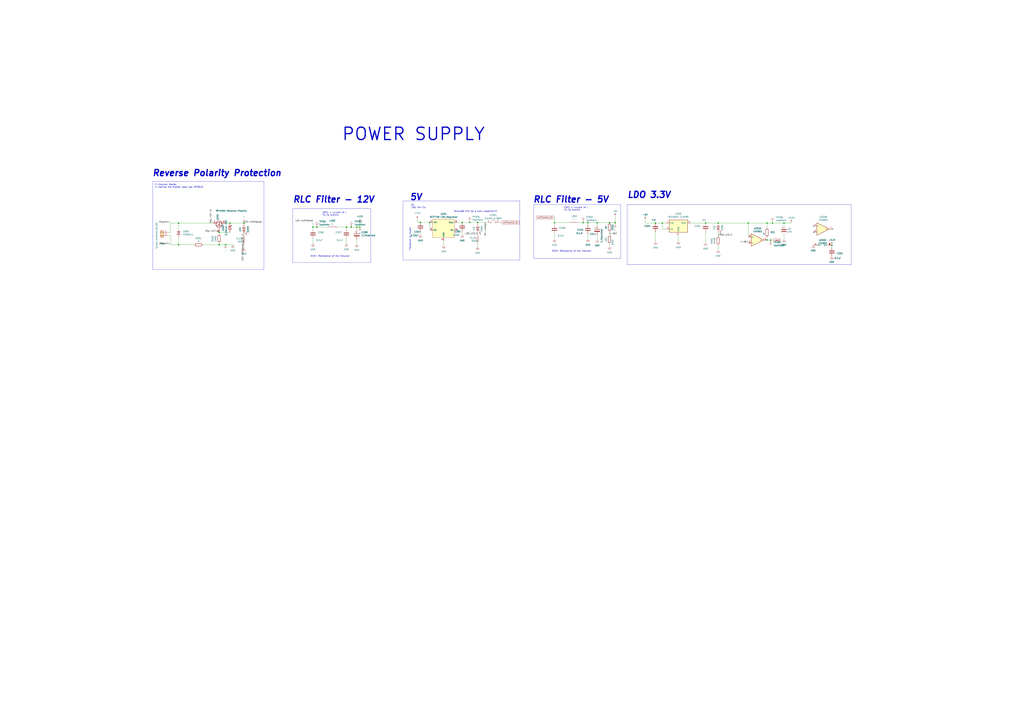
<source format=kicad_sch>
(kicad_sch (version 20230121) (generator eeschema)
  (paper "A1")
  (lib_symbols
    (symbol "Comparator:LM2903" (pin_names (offset 0.127))
      (property "Reference" "U" (at 3.81 3.81 0))
      (property "Value" "LM2903" (at 6.35 -3.81 0))
      (symbol "LM2903_1_1"
        (polyline (pts (xy -5.08 5.08) (xy 5.08 0) (xy -5.08 -5.08) (xy -5.08 5.08)) (stroke (width 0.254)) (fill (type background)))
        (polyline (pts (xy 3.302 -0.508) (xy 2.794 -0.508) (xy 3.302 0) (xy 2.794 0.508) (xy 2.286 0) (xy 2.794 -0.508) (xy 2.286 -0.508)) (stroke (width 0.127)))
        (pin open_collector line (at 7.62 0 180) (length 2.54) (name "~") (number "1"))
        (pin input line (at -7.62 -2.54 0) (length 2.54) (name "-") (number "2"))
        (pin input line (at -7.62 2.54 0) (length 2.54) (name "+") (number "3"))
      )
      (symbol "LM2903_2_1"
        (polyline (pts (xy -5.08 5.08) (xy 5.08 0) (xy -5.08 -5.08) (xy -5.08 5.08)) (stroke (width 0.254)) (fill (type background)))
        (polyline (pts (xy 3.302 -0.508) (xy 2.794 -0.508) (xy 3.302 0) (xy 2.794 0.508) (xy 2.286 0) (xy 2.794 -0.508) (xy 2.286 -0.508)) (stroke (width 0.127)))
        (pin input line (at -7.62 2.54 0) (length 2.54) (name "+") (number "5"))
        (pin input line (at -7.62 -2.54 0) (length 2.54) (name "-") (number "6"))
        (pin open_collector line (at 7.62 0 180) (length 2.54) (name "~") (number "7"))
      )
      (symbol "LM2903_3_1"
        (pin power_in line (at -2.54 -7.62 90) (length 3.81) (name "V-") (number "4"))
        (pin power_in line (at -2.54 7.62 270) (length 3.81) (name "V+") (number "8"))
      )
    )
    (symbol "Connector:Screw_Terminal_01x02" (pin_names (offset 1.016) hide)
      (property "Reference" "J" (at 0 2.54 0))
      (property "Value" "Screw_Terminal_01x02" (at 0 -5.08 0))
      (symbol "Screw_Terminal_01x02_1_1"
        (rectangle (start -1.27 1.27) (end 1.27 -3.81) (stroke (width 0.254)) (fill (type background)))
        (circle (center 0 -2.54) (radius 0.635) (stroke (width 0.1524)))
        (polyline (pts (xy -0.5334 -2.2098) (xy 0.3302 -3.048)) (stroke (width 0.1524)))
        (polyline (pts (xy -0.5334 0.3302) (xy 0.3302 -0.508)) (stroke (width 0.1524)))
        (polyline (pts (xy -0.3556 -2.032) (xy 0.508 -2.8702)) (stroke (width 0.1524)))
        (polyline (pts (xy -0.3556 0.508) (xy 0.508 -0.3302)) (stroke (width 0.1524)))
        (circle (center 0 0) (radius 0.635) (stroke (width 0.1524)))
        (pin passive line (at -5.08 0 0) (length 3.81) (name "Pin_1") (number "1"))
        (pin passive line (at -5.08 -2.54 0) (length 3.81) (name "Pin_2") (number "2"))
      )
    )
    (symbol "Connector:TestPoint" (pin_numbers hide) (pin_names (offset 0.762) hide)
      (property "Reference" "TP" (at 0 6.858 0))
      (property "Value" "TestPoint" (at 0 5.08 0))
      (symbol "TestPoint_0_1"
        (circle (center 0 3.302) (radius 0.762))
      )
      (symbol "TestPoint_1_1"
        (pin passive line (at 0 0 90) (length 2.54) (name "1") (number "1"))
      )
    )
    (symbol "Device:C" (pin_numbers hide) (pin_names (offset 0.254))
      (property "Reference" "C" (at 0.635 2.54 0))
      (property "Value" "C" (at 0.635 -2.54 0))
      (symbol "C_0_1"
        (polyline (pts (xy -2.032 -0.762) (xy 2.032 -0.762)) (stroke (width 0.508)))
        (polyline (pts (xy -2.032 0.762) (xy 2.032 0.762)) (stroke (width 0.508)))
      )
      (symbol "C_1_1"
        (pin passive line (at 0 3.81 270) (length 2.794) (name "~") (number "1"))
        (pin passive line (at 0 -3.81 90) (length 2.794) (name "~") (number "2"))
      )
    )
    (symbol "Device:C_Polarized" (pin_numbers hide) (pin_names (offset 0.254))
      (property "Reference" "C" (at 0.635 2.54 0))
      (property "Value" "C_Polarized" (at 0.635 -2.54 0))
      (symbol "C_Polarized_0_1"
        (rectangle (start -2.286 0.508) (end 2.286 1.016))
        (polyline (pts (xy -1.778 2.286) (xy -0.762 2.286)))
        (polyline (pts (xy -1.27 2.794) (xy -1.27 1.778)))
        (rectangle (start 2.286 -0.508) (end -2.286 -1.016) (fill (type outline)))
      )
      (symbol "C_Polarized_1_1"
        (pin passive line (at 0 3.81 270) (length 2.794) (name "~") (number "1"))
        (pin passive line (at 0 -3.81 90) (length 2.794) (name "~") (number "2"))
      )
    )
    (symbol "Device:D_Schottky" (pin_numbers hide) (pin_names (offset 1.016) hide)
      (property "Reference" "D" (at 0 2.54 0))
      (property "Value" "D_Schottky" (at 0 -2.54 0))
      (symbol "D_Schottky_0_1"
        (polyline (pts (xy 1.27 0) (xy -1.27 0)))
        (polyline (pts (xy 1.27 1.27) (xy 1.27 -1.27) (xy -1.27 0) (xy 1.27 1.27)) (stroke (width 0.254)))
        (polyline (pts (xy -1.905 0.635) (xy -1.905 1.27) (xy -1.27 1.27) (xy -1.27 -1.27) (xy -0.635 -1.27) (xy -0.635 -0.635)) (stroke (width 0.254)))
      )
      (symbol "D_Schottky_1_1"
        (pin passive line (at -3.81 0 0) (length 2.54) (name "K") (number "1"))
        (pin passive line (at 3.81 0 180) (length 2.54) (name "A") (number "2"))
      )
    )
    (symbol "Device:L" (pin_numbers hide) (pin_names (offset 1.016) hide)
      (property "Reference" "L" (at -1.27 0 90))
      (property "Value" "L" (at 1.905 0 90))
      (symbol "L_0_1"
        (arc (start 0 -2.54) (mid 0.6323 -1.905) (end 0 -1.27))
        (arc (start 0 -1.27) (mid 0.6323 -0.635) (end 0 0))
        (arc (start 0 0) (mid 0.6323 0.635) (end 0 1.27))
        (arc (start 0 1.27) (mid 0.6323 1.905) (end 0 2.54))
      )
      (symbol "L_1_1"
        (pin passive line (at 0 3.81 270) (length 1.27) (name "1") (number "1"))
        (pin passive line (at 0 -3.81 90) (length 1.27) (name "2") (number "2"))
      )
    )
    (symbol "Device:LED" (pin_numbers hide) (pin_names (offset 1.016) hide)
      (property "Reference" "D" (at 0 2.54 0))
      (property "Value" "LED" (at 0 -2.54 0))
      (symbol "LED_0_1"
        (polyline (pts (xy -1.27 -1.27) (xy -1.27 1.27)) (stroke (width 0.254)))
        (polyline (pts (xy -1.27 0) (xy 1.27 0)))
        (polyline (pts (xy 1.27 -1.27) (xy 1.27 1.27) (xy -1.27 0) (xy 1.27 -1.27)) (stroke (width 0.254)))
        (polyline (pts (xy -3.048 -0.762) (xy -4.572 -2.286) (xy -3.81 -2.286) (xy -4.572 -2.286) (xy -4.572 -1.524)))
        (polyline (pts (xy -1.778 -0.762) (xy -3.302 -2.286) (xy -2.54 -2.286) (xy -3.302 -2.286) (xy -3.302 -1.524)))
      )
      (symbol "LED_1_1"
        (pin passive line (at -3.81 0 0) (length 2.54) (name "K") (number "1"))
        (pin passive line (at 3.81 0 180) (length 2.54) (name "A") (number "2"))
      )
    )
    (symbol "Device:R" (pin_numbers hide) (pin_names (offset 0))
      (property "Reference" "R" (at 2.032 0 90))
      (property "Value" "R" (at 0 0 90))
      (symbol "R_0_1"
        (rectangle (start -1.016 -2.54) (end 1.016 2.54) (stroke (width 0.254)))
      )
      (symbol "R_1_1"
        (pin passive line (at 0 3.81 270) (length 1.27) (name "~") (number "1"))
        (pin passive line (at 0 -3.81 90) (length 1.27) (name "~") (number "2"))
      )
    )
    (symbol "Device:R_US" (pin_numbers hide) (pin_names (offset 0))
      (property "Reference" "R" (at 2.54 0 90))
      (property "Value" "R_US" (at -2.54 0 90))
      (symbol "R_US_0_1"
        (polyline (pts (xy 0 -2.286) (xy 0 -2.54)))
        (polyline (pts (xy 0 2.286) (xy 0 2.54)))
        (polyline (pts (xy 0 -0.762) (xy 1.016 -1.143) (xy 0 -1.524) (xy -1.016 -1.905) (xy 0 -2.286)))
        (polyline (pts (xy 0 0.762) (xy 1.016 0.381) (xy 0 0) (xy -1.016 -0.381) (xy 0 -0.762)))
        (polyline (pts (xy 0 2.286) (xy 1.016 1.905) (xy 0 1.524) (xy -1.016 1.143) (xy 0 0.762)))
      )
      (symbol "R_US_1_1"
        (pin passive line (at 0 3.81 270) (length 1.27) (name "~") (number "1"))
        (pin passive line (at 0 -3.81 90) (length 1.27) (name "~") (number "2"))
      )
    )
    (symbol "Diode:ESD5Zxx" (pin_numbers hide) (pin_names hide)
      (property "Reference" "D" (at 0 2.54 0))
      (property "Value" "ESD5Zxx" (at 0 -2.54 0))
      (symbol "ESD5Zxx_0_1"
        (polyline (pts (xy 1.27 0) (xy -1.27 0)))
        (polyline (pts (xy -1.27 -1.27) (xy -1.27 1.27) (xy -0.762 1.27)) (stroke (width 0.254)))
        (polyline (pts (xy 1.27 -1.27) (xy 1.27 1.27) (xy -1.27 0) (xy 1.27 -1.27)) (stroke (width 0.254)))
      )
      (symbol "ESD5Zxx_1_1"
        (pin passive line (at -3.81 0 0) (length 2.54) (name "K") (number "1"))
        (pin passive line (at 3.81 0 180) (length 2.54) (name "A") (number "2"))
      )
    )
    (symbol "Jumper:Jumper_2_Open" (pin_names (offset 0) hide)
      (property "Reference" "JP" (at 0 2.794 0))
      (property "Value" "Jumper_2_Open" (at 0 -2.286 0))
      (symbol "Jumper_2_Open_0_0"
        (circle (center -2.032 0) (radius 0.508))
        (circle (center 2.032 0) (radius 0.508))
      )
      (symbol "Jumper_2_Open_0_1"
        (arc (start 1.524 1.27) (mid 0 1.778) (end -1.524 1.27))
      )
      (symbol "Jumper_2_Open_1_1"
        (pin passive line (at -5.08 0 0) (length 2.54) (name "A") (number "1"))
        (pin passive line (at 5.08 0 180) (length 2.54) (name "B") (number "2"))
      )
    )
    (symbol "Private Parts:NCP718-LDO_Regulator"
      (property "Reference" "U" (at 0 15.24 0))
      (property "Value" "NCP718-LDO_Regulator" (at 0 12.7 0))
      (symbol "NCP718-LDO_Regulator_0_0"
        (pin power_in line (at -11.43 7.62 0) (length 2.54) (name "Vin") (number "1"))
        (pin passive line (at 0 -7.62 90) (length 2.54) (name "GND") (number "2"))
        (pin input line (at -11.43 1.27 0) (length 2.54) (name "EN") (number "3"))
        (pin unspecified line (at 11.43 1.27 180) (length 2.54) (name "NC") (number "4"))
        (pin power_out line (at 11.43 7.62 180) (length 2.54) (name "Vout") (number "5"))
      )
      (symbol "NCP718-LDO_Regulator_0_1"
        (rectangle (start -8.89 10.16) (end 8.89 -5.08) (fill (type background)))
      )
    )
    (symbol "Regulator_Linear:MIC5504-3.3YM5"
      (property "Reference" "U" (at -7.62 8.89 0))
      (property "Value" "MIC5504-3.3YM5" (at -7.62 6.35 0))
      (symbol "MIC5504-3.3YM5_0_1"
        (rectangle (start -7.62 -5.08) (end 7.62 5.08) (stroke (width 0.254)) (fill (type background)))
      )
      (symbol "MIC5504-3.3YM5_1_1"
        (pin power_in line (at -10.16 2.54 0) (length 2.54) (name "VIN") (number "1"))
        (pin power_in line (at 0 -7.62 90) (length 2.54) (name "GND") (number "2"))
        (pin input line (at -10.16 -2.54 0) (length 2.54) (name "EN") (number "3"))
        (pin no_connect line (at 7.62 -2.54 180) (length 2.54) hide (name "NC") (number "4"))
        (pin power_out line (at 10.16 2.54 180) (length 2.54) (name "VOUT") (number "5"))
      )
    )
    (symbol "ariadne-rescue:IRF5305-Reverse-Polarity-ariadne" (pin_names hide)
      (property "Reference" "Q" (at 3.81 1.905 0))
      (property "Value" "IRF5305-Reverse-Polarity-ariadne" (at 3.81 0 0))
      (symbol "IRF5305-Reverse-Polarity-ariadne_0_1"
        (polyline (pts (xy -1.016 0) (xy -3.81 0)))
        (polyline (pts (xy -1.016 1.905) (xy -1.016 -1.905)) (stroke (width 0.254)))
        (polyline (pts (xy -0.508 -1.27) (xy -0.508 -2.286)) (stroke (width 0.254)))
        (polyline (pts (xy -0.508 0.508) (xy -0.508 -0.508)) (stroke (width 0.254)))
        (polyline (pts (xy -0.508 2.286) (xy -0.508 1.27)) (stroke (width 0.254)))
        (polyline (pts (xy 1.27 2.54) (xy 1.27 1.778)))
        (polyline (pts (xy 1.27 -2.54) (xy 1.27 0) (xy -0.508 0)))
        (polyline (pts (xy -0.508 1.778) (xy 2.032 1.778) (xy 2.032 -1.778) (xy -0.508 -1.778)))
        (polyline (pts (xy 1.016 0) (xy 0 0.381) (xy 0 -0.381) (xy 1.016 0)) (fill (type outline)))
        (polyline (pts (xy 1.524 -0.508) (xy 1.651 -0.381) (xy 2.413 -0.381) (xy 2.54 -0.254)))
        (polyline (pts (xy 2.032 -0.381) (xy 1.651 0.254) (xy 2.413 0.254) (xy 2.032 -0.381)))
        (circle (center 0.381 0) (radius 2.794) (stroke (width 0.254)))
        (circle (center 1.27 -1.778) (radius 0.254) (fill (type outline)))
        (circle (center 1.27 1.778) (radius 0.254) (fill (type outline)))
      )
      (symbol "IRF5305-Reverse-Polarity-ariadne_1_1"
        (pin passive line (at -6.35 0 0) (length 2.54) (name "G") (number "1"))
        (pin output line (at 1.27 5.08 270) (length 2.54) (name "D") (number "2"))
        (pin input line (at 1.27 -5.08 90) (length 2.54) (name "S") (number "3"))
      )
    )
    (symbol "menelaos-v2-rescue:CP1-Device" (pin_numbers hide) (pin_names (offset 0.254) hide)
      (property "Reference" "C" (at 0.635 2.54 0))
      (property "Value" "Device_CP1" (at 0.635 -2.54 0))
      (symbol "CP1-Device_0_1"
        (polyline (pts (xy -2.032 0.762) (xy 2.032 0.762)) (stroke (width 0.508)))
        (polyline (pts (xy -1.778 2.286) (xy -0.762 2.286)))
        (polyline (pts (xy -1.27 1.778) (xy -1.27 2.794)))
        (arc (start 2.032 -1.27) (mid 0 -0.5572) (end -2.032 -1.27) (stroke (width 0.508)))
      )
      (symbol "CP1-Device_1_1"
        (pin passive line (at 0 3.81 270) (length 2.794) (name "~") (number "1"))
        (pin passive line (at 0 -3.81 90) (length 3.302) (name "~") (number "2"))
      )
    )
    (symbol "power:+12V" (power) (pin_names (offset 0))
      (property "Value" "+12V" (at 0 3.556 0))
      (symbol "+12V_0_1"
        (polyline (pts (xy -0.762 1.27) (xy 0 2.54)))
        (polyline (pts (xy 0 0) (xy 0 2.54)))
        (polyline (pts (xy 0 2.54) (xy 0.762 1.27)))
      )
      (symbol "+12V_1_1"
        (pin power_in line (at 0 0 90) (length 0) hide (name "+12V") (number "1"))
      )
    )
    (symbol "power:+3.3V" (power) (pin_names (offset 0))
      (property "Value" "+3.3V" (at 0 3.556 0))
      (symbol "+3.3V_0_1"
        (polyline (pts (xy -0.762 1.27) (xy 0 2.54)))
        (polyline (pts (xy 0 0) (xy 0 2.54)))
        (polyline (pts (xy 0 2.54) (xy 0.762 1.27)))
      )
      (symbol "+3.3V_1_1"
        (pin power_in line (at 0 0 90) (length 0) hide (name "+3.3V") (number "1"))
      )
    )
    (symbol "power:+5V" (power) (pin_names (offset 0))
      (property "Value" "+5V" (at 0 3.556 0))
      (symbol "+5V_0_1"
        (polyline (pts (xy -0.762 1.27) (xy 0 2.54)))
        (polyline (pts (xy 0 0) (xy 0 2.54)))
        (polyline (pts (xy 0 2.54) (xy 0.762 1.27)))
      )
      (symbol "+5V_1_1"
        (pin power_in line (at 0 0 90) (length 0) hide (name "+5V") (number "1"))
      )
    )
    (symbol "power:GND" (power) (pin_names (offset 0))
      (property "Value" "GND" (at 0 -3.81 0))
      (symbol "GND_0_1"
        (polyline (pts (xy 0 0) (xy 0 -1.27) (xy 1.27 -1.27) (xy 0 -2.54) (xy -1.27 -1.27) (xy 0 -1.27)))
      )
      (symbol "GND_1_1"
        (pin power_in line (at 0 0 270) (length 0) hide (name "GND") (number "1"))
      )
    )
    (symbol "power:PWR_FLAG" (power) (pin_numbers hide) (pin_names (offset 0) hide)
      (property "Value" "PWR_FLAG" (at 0 3.81 0))
      (symbol "PWR_FLAG_0_0"
        (pin power_out line (at 0 0 90) (length 0) (name "pwr") (number "1"))
      )
      (symbol "PWR_FLAG_0_1"
        (polyline (pts (xy 0 0) (xy 0 1.27) (xy -1.016 1.905) (xy 0 2.54) (xy 1.016 1.905) (xy 0 1.27)))
      )
    )
  )
  (junction (at 455.422 183.007))
  (junction (at 500.6022 182.976))
  (junction (at 632.8787 197.231))
  (junction (at 629.92 197.231))
  (junction (at 589.788 183.261))
  (junction (at 146.6357 183.388))
  (junction (at 200.3495 183.388))
  (junction (at 284.48 186.69))
  (junction (at 482.854 183.007))
  (junction (at 293.0604 186.69))
  (junction (at 295.6004 186.69))
  (junction (at 257.048 186.69))
  (junction (at 614.553 183.261))
  (junction (at 643.89 183.261))
  (junction (at 288.5717 186.69))
  (junction (at 629.92 183.261))
  (junction (at 538.3074 183.261))
  (junction (at 352.933 182.753))
  (junction (at 478.8754 183.007))
  (junction (at 179.9653 201.168))
  (junction (at 179.9653 191.008))
  (junction (at 544.0277 183.261))
  (junction (at 185.2218 201.168))
  (junction (at 379.603 182.753))
  (junction (at 683.2346 201.549))
  (junction (at 345.313 182.753))
  (junction (at 634.4367 183.261))
  (junction (at 146.6434 201.168))
  (junction (at 188.8553 183.388))
  (junction (at 385.7099 182.753))
  (junction (at 505.206 183.007))
  (junction (at 579.501 183.261))
  (junction (at 260.2949 186.69))
  (junction (at 490.474 183.007))
  (junction (at 392.303 182.753))
  (no_connect (at 668.3756 185.674))
  (no_connect (at 668.3756 190.754))
  (no_connect (at 375.793 189.103))
  (no_connect (at 683.6156 188.214))
  (wire (pts (xy 643.89 193.167) (xy 643.89 196.723)))
  (wire (pts (xy 500.634 193.04) (xy 500.634 190.596)))
  (wire (pts (xy 295.6004 182.88) (xy 295.6004 186.69)))
  (wire (pts (xy 138.1195 191.008) (xy 139.8041 191.008)))
  (polyline (pts (xy 509.778 212.471) (xy 438.404 212.471)))
  (wire (pts (xy 490.474 182.976) (xy 490.474 183.007)))
  (wire (pts (xy 179.9653 192.278) (xy 179.9653 191.008)))
  (wire (pts (xy 284.48 186.69) (xy 284.48 188.468)))
  (wire (pts (xy 179.9653 199.898) (xy 179.9653 201.168)))
  (wire (pts (xy 589.788 205.486) (xy 589.788 201.676)))
  (wire (pts (xy 139.8041 183.388) (xy 139.8041 191.008)))
  (wire (pts (xy 490.474 182.976) (xy 500.6022 182.976)))
  (polyline (pts (xy 125.3553 149.098) (xy 125.3553 221.488)))
  (wire (pts (xy 188.8553 191.008) (xy 179.9653 191.008)))
  (wire (pts (xy 629.92 197.231) (xy 632.8787 197.231)))
  (wire (pts (xy 482.854 192.405) (xy 482.854 196.469)))
  (wire (pts (xy 392.303 182.753) (xy 399.923 182.753)))
  (wire (pts (xy 379.603 182.753) (xy 385.7099 182.753)))
  (wire (pts (xy 146.6357 201.1603) (xy 146.6434 201.168)))
  (wire (pts (xy 478.8754 183.007) (xy 482.854 183.007)))
  (polyline (pts (xy 438.404 212.217) (xy 438.404 167.767)))
  (wire (pts (xy 284.48 196.088) (xy 284.48 200.152)))
  (wire (pts (xy 260.2949 186.69) (xy 257.048 186.69)))
  (wire (pts (xy 632.8787 197.231) (xy 634.873 197.231)))
  (wire (pts (xy 188.8553 183.388) (xy 200.3495 183.388)))
  (wire (pts (xy 455.422 192.405) (xy 455.422 196.5591)))
  (wire (pts (xy 200.3495 183.388) (xy 200.3495 184.658)))
  (wire (pts (xy 589.788 183.388) (xy 589.788 183.261)))
  (wire (pts (xy 683.2346 201.549) (xy 683.2346 203.2508)))
  (wire (pts (xy 490.474 183.007) (xy 490.474 185.547)))
  (wire (pts (xy 614.553 183.261) (xy 629.92 183.261)))
  (wire (pts (xy 529.971 180.721) (xy 529.971 183.261)))
  (wire (pts (xy 482.854 183.007) (xy 490.474 183.007)))
  (wire (pts (xy 185.2218 201.168) (xy 191.2473 201.168)))
  (wire (pts (xy 345.313 190.373) (xy 345.313 192.913)))
  (wire (pts (xy 146.6357 195.326) (xy 146.6357 201.1603)))
  (wire (pts (xy 490.474 193.167) (xy 490.474 196.977)))
  (wire (pts (xy 257.048 182.372) (xy 257.048 186.69)))
  (wire (pts (xy 410.083 182.7784) (xy 410.083 182.753)))
  (wire (pts (xy 375.793 182.753) (xy 379.603 182.753)))
  (wire (pts (xy 544.0277 183.261) (xy 546.989 183.261)))
  (wire (pts (xy 482.854 183.007) (xy 482.854 184.785)))
  (wire (pts (xy 146.6357 183.388) (xy 174.8853 183.388)))
  (wire (pts (xy 629.793 197.231) (xy 629.92 197.231)))
  (wire (pts (xy 200.3495 192.278) (xy 200.3495 193.548)))
  (wire (pts (xy 392.303 182.753) (xy 392.303 184.023)))
  (wire (pts (xy 643.89 183.261) (xy 643.89 185.547)))
  (wire (pts (xy 557.149 193.421) (xy 557.149 198.501)))
  (wire (pts (xy 392.303 191.643) (xy 392.303 192.913)))
  (wire (pts (xy 500.6022 182.976) (xy 505.175 182.976)))
  (wire (pts (xy 146.6357 187.706) (xy 146.6357 183.388)))
  (wire (pts (xy 505.175 182.976) (xy 505.206 183.007)))
  (wire (pts (xy 614.553 183.261) (xy 614.553 194.691)))
  (polyline (pts (xy 304.4904 215.9) (xy 240.4824 215.9)))
  (wire (pts (xy 179.9653 201.168) (xy 185.2218 201.168)))
  (polyline (pts (xy 125.3553 221.488) (xy 216.7953 221.488)))
  (wire (pts (xy 629.92 183.261) (xy 634.4367 183.261)))
  (wire (pts (xy 140.0873 201.168) (xy 146.6434 201.168)))
  (wire (pts (xy 411.48 182.7784) (xy 410.083 182.7784)))
  (wire (pts (xy 345.313 182.753) (xy 352.933 182.753)))
  (wire (pts (xy 500.634 190.596) (xy 500.6022 190.596)))
  (wire (pts (xy 567.309 183.261) (xy 579.501 183.261)))
  (wire (pts (xy 269.24 186.69) (xy 260.2949 186.69)))
  (wire (pts (xy 392.303 200.533) (xy 392.303 203.073)))
  (wire (pts (xy 364.363 197.993) (xy 364.363 201.803)))
  (wire (pts (xy 293.0604 196.85) (xy 293.0604 200.66)))
  (wire (pts (xy 538.3074 198.755) (xy 538.353 198.755)))
  (wire (pts (xy 200.3495 201.168) (xy 200.3495 203.708)))
  (wire (pts (xy 579.501 183.261) (xy 589.788 183.261)))
  (wire (pts (xy 544.0277 188.341) (xy 544.0277 183.261)))
  (wire (pts (xy 379.603 190.373) (xy 379.603 192.913)))
  (wire (pts (xy 579.501 190.881) (xy 579.501 199.517)))
  (polyline (pts (xy 240.4824 215.9) (xy 240.4824 171.45)))
  (polyline (pts (xy 438.658 168.021) (xy 509.778 168.021)))
  (wire (pts (xy 293.0604 186.69) (xy 293.0604 189.23)))
  (wire (pts (xy 293.0604 186.69) (xy 295.6004 186.69)))
  (wire (pts (xy 500.634 200.66) (xy 500.634 202.692)))
  (wire (pts (xy 276.86 186.69) (xy 284.48 186.69)))
  (wire (pts (xy 146.6434 201.168) (xy 159.2393 201.168)))
  (wire (pts (xy 546.989 188.341) (xy 544.0277 188.341)))
  (wire (pts (xy 589.788 183.261) (xy 614.553 183.261)))
  (wire (pts (xy 352.933 182.753) (xy 352.933 189.103)))
  (wire (pts (xy 538.3074 183.261) (xy 544.0277 183.261)))
  (wire (pts (xy 529.971 183.261) (xy 538.3074 183.261)))
  (wire (pts (xy 257.048 196.088) (xy 257.048 200.2421)))
  (wire (pts (xy 342.773 182.753) (xy 345.313 182.753)))
  (wire (pts (xy 634.4367 183.261) (xy 643.89 183.261)))
  (wire (pts (xy 589.788 194.056) (xy 589.788 191.008)))
  (wire (pts (xy 455.422 183.007) (xy 467.614 183.007)))
  (wire (pts (xy 629.92 183.261) (xy 629.92 187.198)))
  (wire (pts (xy 284.48 186.69) (xy 288.5717 186.69)))
  (wire (pts (xy 683.2346 203.2508) (xy 683.2092 203.2508)))
  (wire (pts (xy 140.0873 193.548) (xy 140.0873 201.168)))
  (wire (pts (xy 257.048 186.69) (xy 257.048 188.468)))
  (wire (pts (xy 342.773 180.213) (xy 342.773 182.753)))
  (wire (pts (xy 455.422 178.689) (xy 455.422 183.007)))
  (wire (pts (xy 185.0453 183.388) (xy 188.8553 183.388)))
  (polyline (pts (xy 216.7953 221.488) (xy 216.7953 149.098)))
  (wire (pts (xy 629.92 194.818) (xy 629.92 197.231)))
  (polyline (pts (xy 509.778 168.021) (xy 509.778 212.471)))
  (wire (pts (xy 385.7099 182.753) (xy 392.303 182.753)))
  (polyline (pts (xy 216.7953 149.098) (xy 125.3553 149.098)))
  (wire (pts (xy 505.206 177.896) (xy 505.206 183.007)))
  (wire (pts (xy 166.8593 201.168) (xy 179.9653 201.168)))
  (wire (pts (xy 643.89 183.261) (xy 649.732 183.261)))
  (wire (pts (xy 138.1195 193.548) (xy 140.0873 193.548)))
  (polyline (pts (xy 304.4904 171.45) (xy 304.4904 215.9)))
  (wire (pts (xy 455.422 183.007) (xy 455.422 184.785)))
  (wire (pts (xy 139.8041 183.388) (xy 146.6357 183.388)))
  (wire (pts (xy 505.206 183.007) (xy 505.206 184.246)))
  (wire (pts (xy 475.234 183.007) (xy 478.8754 183.007)))
  (wire (pts (xy 288.5717 186.69) (xy 293.0604 186.69)))
  (polyline (pts (xy 240.7364 171.45) (xy 304.4904 171.45)))
  (wire (pts (xy 538.3074 190.881) (xy 538.3074 198.755)))
  (rectangle (start 330.962 165.1) (end 426.847 213.741))
  (rectangle (start 514.985 168.275) (end 699.262 217.551))
  (text "DCR= Resistance of the inductor" (at 453.39 207.137 0) (effects (font (size 1.27 1.27)) (justify left bottom)))
  (text "RLC Filter - 5V" (at 437.642 167.005 0) (effects (font (size 5.08 5.08) (thickness 1.016) bold italic) (justify left bottom)))
  (text "I(DC) = current of L\nTry to overkill" (at 264.668 177.546 0) (effects (font (size 1.27 1.27)) (justify left bottom)))
  (text "POWER SUPPLY" (at 280.416 116.205 0) (effects (font (size 10.16 10.16) (thickness 1.016) bold) (justify left bottom)))
  (text "LDO 3.3V" (at 514.985 163.195 0) (effects (font (size 5.08 5.08) (thickness 1.016) bold italic) (justify left bottom)))
  (text "Reverse Polarity Protection" (at 124.968 145.288 0) (effects (font (size 5.08 5.08) (thickness 1.016) bold italic) (justify left bottom)))
  (text "Should#t this be a bulk capacitor??\n" (at 372.745 174.498 0) (effects (font (size 1.27 1.27)) (justify left bottom)))
  (text "P-Channel Mosfet\nIn narcise the mosfet used was IRF9540" (at 127.1333 154.6165 0) (effects (font (size 1.27 1.27)) (justify left bottom)))
  (text "RLC Filter - 12V" (at 240.3554 167.005 0) (effects (font (size 5.08 5.08) (thickness 1.016) bold italic) (justify left bottom)))
  (text "5V" (at 336.423 164.973 0) (effects (font (size 5.08 5.08) (thickness 1.016) bold italic) (justify left bottom)))
  (text "DCR= Resistance of the inductor" (at 255.016 211.328 0) (effects (font (size 1.27 1.27)) (justify left bottom)))
  (text "*Tantalum or mydar" (at 337.566 186.817 90) (effects (font (size 1.27 1.27)) (justify right bottom)))
  (text "5V\nLDO, for ICs" (at 337.693 171.323 0) (effects (font (size 1.27 1.27)) (justify left bottom)))
  (text "I(DC) = current of L\nTry to overkill" (at 463.042 173.355 0) (effects (font (size 1.27 1.27)) (justify left bottom)))
  (label "LDO2_LED_K" (at 589.788 193.9682 0))
  (label "PowerIn+" (at 139.8041 183.388 180))
  (label "PowerIn-" (at 140.0873 201.168 180))
  (label "LDO_LED_K" (at 392.303 192.913 180))
  (label "5V-Jumper" (at 399.5549 182.753 270))
  (label "V-REF" (at 614.553 199.771 180))
  (label "12V-Unfiltered" (at 200.3495 183.388 0))
  (label "POL-FET-G" (at 179.9653 191.008 180))
  (label "12V-Unfiltered" (at 257.048 182.372 180))
  (label "12V-Unfiltered__LED_K" (at 200.3495 192.278 270))
  (label "V-REF" (at 500.634 193.04 0))
  (label "POL-FET-D" (at 174.1909 183.388 90))
  (global_label "_save" (shape input) (at 634.873 197.231 0) (effects (font (size 0.9906 0.9906))) (property "Intersheetrefs" "${INTERSHEET_REFS}" (effects hide)))
  (global_label "Unfiltered_5V" (shape input) (at 411.48 182.7784 0) (property "Intersheetrefs" "${INTERSHEET_REFS}" (effects hide)))
  (global_label "Unfiltered_5V" (shape input) (at 455.422 178.689 180) (property "Intersheetrefs" "${INTERSHEET_REFS}" (effects hide)))
  (symbol (lib_id "Device:C") (at 538.3074 187.071 0) (unit 1)
    (property "Reference" "C201" (at 529.1634 185.801 0) (effects (justify left)))
    (property "Value" "1uF" (at 535.1324 180.721 0) (effects (justify left)))
    (property "Footprint" "Capacitor_SMD:C_1206_3216Metric_Pad1.33x1.80mm_HandSolder" (effects hide))
    (property "Digi-Key_PN" "1276-1079-1-ND" (effects hide))
    (property "Manufacturer_PN" "CL31A106KQHNNNE" (effects hide))
    (instances (project "menelaos-rev-4" (path "" (reference "C201") (unit 1)) (path "" (reference "C209") (unit 1))) (project "JL" (path "" (reference "C201") (unit 1))))
  )
  (symbol (lib_id "power:+3.3V") (at 683.2346 201.549 0) (unit 1)
    (property "Reference" "#PWR0226" (effects hide))
    (property "Value" "+3.3V" (at 683.2346 197.231 0))
  )
  (symbol (lib_id "power:+12V") (at 342.773 180.213 0) (unit 1)
    (property "Reference" "#PWR0207" (effects hide))
    (property "Value" "+12V" (at 342.773 175.133 0))
  )
  (symbol (lib_id "Jumper:Jumper_2_Open") (at 405.003 182.753 0) (unit 1)
    (property "Reference" "JP201" (at 405.003 176.784 0))
    (property "Value" "Jumper_2_Open" (at 405.003 179.324 0))
    (property "Footprint" "Connector_PinHeader_2.54mm:PinHeader_1x02_P2.54mm_Vertical" (effects hide))
  )
  (symbol (lib_id "power:GND") (at 200.3495 203.708 0) (unit 1)
    (property "Reference" "#PWR0202" (effects hide))
    (property "Value" "GND" (at 200.3495 208.4832 0))
    (instances (project "menelaos-rev-4" (path "" (reference "#PWR0202") (unit 1))) (project "JL" (path "" (reference "#PWR0212") (unit 1))))
  )
  (symbol (lib_id "power:+12V") (at 295.6004 182.88 0) (unit 1)
    (property "Reference" "#PWR0201" (effects hide))
    (property "Value" "+12V" (at 295.6004 177.8 0))
    (instances (project "menelaos-rev-4" (path "" (reference "#PWR0201") (unit 1)) (path "" (reference "#PWR0206") (unit 1))) (project "JL" (path "" (reference "#PWR0201") (unit 1))))
  )
  (symbol (lib_id "power:PWR_FLAG") (at 185.2218 201.168 180) (unit 1)
    (property "Reference" "#FLG0202" (effects hide))
    (property "Value" "~" (at 185.2218 206.1258 0))
    (instances (project "menelaos-rev-4" (path "" (reference "#FLG0202") (unit 1)) (path "" (reference "#FLG0201") (unit 1))) (project "JL" (path "" (reference "#FLG0202") (unit 1))))
  )
  (symbol (lib_id "Connector:TestPoint") (at 634.4367 183.261 0) (unit 1)
    (property "Reference" "TP206" (at 637.0275 178.689 0) (effects (justify left)))
    (property "Value" "TestPoint" (at 637.0275 181.229 0) (effects (justify left)))
    (property "Footprint" "TestPoint:TestPoint_THTPad_1.0x1.0mm_Drill0.5mm" (effects hide))
  )
  (symbol (lib_id "power:GND") (at 579.501 199.517 0) (unit 1)
    (property "Reference" "#PWR0204" (effects hide))
    (property "Value" "GND" (at 579.501 204.2922 0))
    (instances (project "menelaos-rev-4" (path "" (reference "#PWR0204") (unit 1)) (path "" (reference "#PWR0220") (unit 1))) (project "JL" (path "" (reference "#PWR0204") (unit 1))))
  )
  (symbol (lib_id "power:GND") (at 500.634 202.692 0) (unit 1)
    (property "Reference" "#PWR0231" (effects hide))
    (property "Value" "GND" (at 500.634 207.4672 0))
    (instances (project "menelaos-rev-4" (path "" (reference "#PWR0231") (unit 1)) (path "" (reference "#PWR0215") (unit 1))) (project "JL" (path "" (reference "#PWR0231") (unit 1))))
  )
  (symbol (lib_id "power:+5V") (at 529.971 180.721 0) (unit 1)
    (property "Reference" "#PWR0217" (effects hide))
    (property "Value" "+5V" (at 529.971 176.403 0))
  )
  (symbol (lib_id "Device:R_US") (at 200.3495 197.358 180) (unit 1)
    (property "Reference" "R203" (at 195.2695 198.628 0) (effects (justify right)))
    (property "Value" "R_US" (at 193.9995 196.088 0) (effects (justify right)))
    (property "Footprint" "Resistor_SMD:R_1206_3216Metric" (effects hide))
    (property "Digi-Key_PN" "RMCF1206JT2K20TR-ND" (effects hide))
    (instances (project "menelaos-rev-4" (path "" (reference "R203") (unit 1))) (project "JL" (path "" (reference "R204") (unit 1))))
  )
  (symbol (lib_id "Device:R") (at 500.634 196.85 0) (unit 1)
    (property "Reference" "R201" (at 503.2047 199.04 90))
    (property "Value" "10K" (at 497.6876 196.85 90))
    (property "Footprint" "Resistor_SMD:R_1206_3216Metric" (effects hide))
    (property "Digi-Key_PN" "RMCF1206ZT0R00CT-ND" (effects hide))
    (property "Manufacturer_PN" "RMCF1206ZT0R00" (effects hide))
    (instances (project "menelaos-rev-4" (path "" (reference "R201") (unit 1)) (path "" (reference "R206") (unit 1))) (project "JL" (path "" (reference "R201") (unit 1))))
  )
  (symbol (lib_id "power:PWR_FLAG") (at 200.3495 183.388 0) (unit 1)
    (property "Reference" "#FLG0201" (effects hide))
    (property "Value" "~" (at 200.3495 178.4302 0))
    (instances (project "menelaos-rev-4" (path "" (reference "#FLG0201") (unit 1)) (path "" (reference "#FLG0202") (unit 1))) (project "JL" (path "" (reference "#FLG0201") (unit 1))))
  )
  (symbol (lib_id "Device:C") (at 345.313 186.563 0) (unit 1)
    (property "Reference" "C204" (at 340.106 190.5 0) (effects (justify left)))
    (property "Value" "0.33uF" (at 337.185 193.421 0) (effects (justify left)))
    (property "Footprint" "Capacitor_SMD:C_1206_3216Metric_Pad1.33x1.80mm_HandSolder" (effects hide))
    (property "Digi-Key_PN" "338-2775-2-ND" (effects hide))
    (instances (project "menelaos-rev-4" (path "" (reference "C204") (unit 1))) (project "JL" (path "" (reference "C202") (unit 1))))
  )
  (symbol (lib_id "power:GND") (at 257.048 200.2421 0) (unit 1)
    (property "Reference" "#PWR0219" (effects hide))
    (property "Value" "GND" (at 257.048 205.0173 0))
    (instances (project "menelaos-rev-4" (path "" (reference "#PWR0219") (unit 1)) (path "" (reference "#PWR0203") (unit 1))) (project "JL" (path "" (reference "#PWR0219") (unit 1))))
  )
  (symbol (lib_id "Device:R") (at 629.92 191.008 0) (mirror y) (unit 1)
    (property "Reference" "R21" (at 636.6764 190.9064 0) (effects (justify left)))
    (property "Value" "R" (at 628.142 192.151 0) (effects (justify left)))
    (property "Footprint" "Resistor_SMD:R_1206_3216Metric" (effects hide))
    (instances (project "menelaos-rev-4" (path "" (reference "R21") (unit 1)) (path "" (reference "R208") (unit 1))) (project "menelaos-v2" (path "" (reference "R21") (unit 1))))
  )
  (symbol (lib_id "power:GND") (at 557.149 198.501 0) (unit 1)
    (property "Reference" "#PWR0204" (effects hide))
    (property "Value" "GND" (at 557.149 203.2762 0))
    (instances (project "menelaos-rev-4" (path "" (reference "#PWR0204") (unit 1)) (path "" (reference "#PWR0219") (unit 1))) (project "JL" (path "" (reference "#PWR0204") (unit 1))))
  )
  (symbol (lib_id "Device:C") (at 257.048 192.278 0) (unit 1)
    (property "Reference" "C206" (at 260.858 191.0079 0) (effects (justify left)))
    (property "Value" "0.1uF" (at 259.588 197.358 0) (effects (justify left)))
    (property "Footprint" "Capacitor_SMD:C_0805_2012Metric_Pad1.18x1.45mm_HandSolder" (effects hide))
    (property "Digi-Key_PN" "1276-1017-1-ND" (effects hide))
    (property "Manufacturer_PN" "CL31B104KBCNNNC" (effects hide))
    (instances (project "menelaos-rev-4" (path "" (reference "C206") (unit 1)) (path "" (reference "C201") (unit 1))) (project "JL" (path "" (reference "C206") (unit 1))))
  )
  (symbol (lib_id "power:PWR_FLAG") (at 505.206 184.246 180) (unit 1)
    (property "Reference" "#FLG0210" (effects hide))
    (property "Value" "~" (at 505.206 189.2038 0))
    (instances (project "menelaos-rev-4" (path "" (reference "#FLG0210") (unit 1)) (path "" (reference "#FLG0204") (unit 1))) (project "JL" (path "" (reference "#FLG0210") (unit 1))))
  )
  (symbol (lib_id "Comparator:LM2903") (at 675.6146 204.089 270) (unit 3)
    (property "Reference" "U203" (at 675.6146 197.358 90))
    (property "Value" "LM2903" (at 675.6146 199.898 90))
    (property "Footprint" "Package_SO:SOIC-8_3.9x4.9mm_P1.27mm" (effects hide))
    (property "Datasheet" "http://www.ti.com/lit/ds/symlink/lm393.pdf" (effects hide))
    (property "Digi-Key_PN" "296-1012-1-ND" (effects hide))
  )
  (symbol (lib_id "Device:R") (at 589.788 197.866 0) (unit 1)
    (property "Reference" "R201" (at 584.5302 197.866 90))
    (property "Value" "R100" (at 586.8416 197.866 90))
    (property "Footprint" "Resistor_SMD:R_1206_3216Metric" (effects hide))
    (property "Digi-Key_PN" "RMCF1206ZT0R00CT-ND" (effects hide))
    (property "Manufacturer_PN" "RMCF1206ZT0R00" (effects hide))
    (instances (project "menelaos-rev-4" (path "" (reference "R201") (unit 1)) (path "" (reference "R207") (unit 1))) (project "JL" (path "" (reference "R201") (unit 1))))
  )
  (symbol (lib_id "Private Parts:NCP718-LDO_Regulator") (at 364.363 190.373 0) (unit 1)
    (property "Reference" "U201" (at 364.363 175.768 0))
    (property "Value" "NCP718-LDO_Regulator" (at 364.363 178.308 0))
    (property "Footprint" "Package_TO_SOT_SMD:SOT-23-5_HandSoldering" (effects hide))
    (property "Datasheet" "https://www.onsemi.com/pdf/datasheet/ncp718-d.pdf" (effects hide))
    (property "Digi-Key_PN" "NCP718BSN500T1GOSCT-ND" (effects hide))
    (property "Manufacturer_PN" "NCP718BSN500T1G" (effects hide))
  )
  (symbol (lib_id "Device:R_US") (at 392.303 196.723 180) (unit 1)
    (property "Reference" "R204" (at 387.223 197.993 0) (effects (justify right)))
    (property "Value" "R_US" (at 385.953 195.453 0) (effects (justify right)))
    (property "Footprint" "Resistor_SMD:R_1206_3216Metric" (effects hide))
    (property "Digi-Key_PN" "RMCF1206JT2K20TR-ND" (effects hide))
  )
  (symbol (lib_id "power:GND") (at 345.313 192.913 0) (unit 1)
    (property "Reference" "#PWR0208" (effects hide))
    (property "Value" "GND" (at 345.313 197.6882 0))
  )
  (symbol (lib_id "Device:C") (at 379.603 186.563 0) (unit 1)
    (property "Reference" "C205" (at 373.253 190.373 0) (effects (justify left)))
    (property "Value" "0.1uF" (at 371.983 192.913 0) (effects (justify left)))
    (property "Footprint" "Capacitor_SMD:C_1206_3216Metric_Pad1.33x1.80mm_HandSolder" (effects hide))
    (property "Digi-Key_PN" "399-3676-2-ND" (effects hide))
    (instances (project "menelaos-rev-4" (path "" (reference "C205") (unit 1))) (project "JL" (path "" (reference "C204") (unit 1))))
  )
  (symbol (lib_id "power:+5V") (at 505.206 177.896 0) (unit 1)
    (property "Reference" "#PWR0216" (effects hide))
    (property "Value" "+5V" (at 505.206 173.578 0))
  )
  (symbol (lib_id "power:GND") (at 364.363 201.803 0) (unit 1)
    (property "Reference" "#PWR0209" (effects hide))
    (property "Value" "GND" (at 364.363 206.5782 0))
  )
  (symbol (lib_id "Device:C_Polarized") (at 293.0604 193.04 0) (unit 1)
    (property "Reference" "C208" (at 296.8704 190.881 0) (effects (justify left)))
    (property "Value" "C_Polarized" (at 296.8704 193.421 0) (effects (justify left)))
    (property "Footprint" "Capacitor_SMD:CP_Elec_10x12.6" (effects hide))
    (instances (project "menelaos-rev-4" (path "" (reference "C208") (unit 1)) (path "" (reference "C203") (unit 1))) (project "JL" (path "" (reference "C208") (unit 1))))
  )
  (symbol (lib_id "power:GND") (at 293.0604 200.66 0) (unit 1)
    (property "Reference" "#PWR0223" (effects hide))
    (property "Value" "GND" (at 293.0604 205.4352 0))
    (instances (project "menelaos-rev-4" (path "" (reference "#PWR0223") (unit 1)) (path "" (reference "#PWR0205") (unit 1))) (project "JL" (path "" (reference "#PWR0223") (unit 1))))
  )
  (symbol (lib_id "Device:R") (at 163.0493 201.168 270) (unit 1)
    (property "Reference" "R201" (at 163.0493 195.9102 90))
    (property "Value" "0" (at 163.0493 198.2216 90))
    (property "Footprint" "Resistor_SMD:R_1206_3216Metric" (effects hide))
    (property "Digi-Key_PN" "RMCF1206ZT0R00CT-ND" (effects hide))
    (property "Manufacturer_PN" "RMCF1206ZT0R00" (effects hide))
  )
  (symbol (lib_id "power:GND") (at 191.2473 201.168 0) (unit 1)
    (property "Reference" "#PWR0202" (effects hide))
    (property "Value" "GND" (at 191.2473 205.9432 0))
    (instances (project "menelaos-rev-4" (path "" (reference "#PWR0202") (unit 1)) (path "" (reference "#PWR0201") (unit 1))) (project "JL" (path "" (reference "#PWR0202") (unit 1))))
  )
  (symbol (lib_id "Device:L") (at 273.05 186.69 90) (unit 1)
    (property "Reference" "L202" (at 273.05 181.3856 90))
    (property "Value" "L" (at 273.05 183.9256 90))
    (property "Footprint" "Inductor_SMD:L_Wuerth_MAPI-3015" (effects hide))
    (property "Manufacturer_PN" "0640CDMCCDS-R15MC" (effects hide))
    (property "Digi-Key_PN" "308-0640CDMCCDS-R15MCCT-ND" (effects hide))
    (instances (project "menelaos-rev-4" (path "" (reference "L202") (unit 1)) (path "" (reference "L201") (unit 1))) (project "JL" (path "" (reference "L202") (unit 1))))
  )
  (symbol (lib_id "power:+3.3V") (at 649.732 183.261 0) (unit 1)
    (property "Reference" "#PWR0223" (effects hide))
    (property "Value" "+3.3V" (at 649.732 178.943 0))
  )
  (symbol (lib_id "power:GND") (at 538.353 198.755 0) (unit 1)
    (property "Reference" "#PWR0204" (effects hide))
    (property "Value" "GND" (at 538.353 203.5302 0))
    (instances (project "menelaos-rev-4" (path "" (reference "#PWR0204") (unit 1)) (path "" (reference "#PWR0218") (unit 1))) (project "JL" (path "" (reference "#PWR0204") (unit 1))))
  )
  (symbol (lib_id "Device:C") (at 579.501 187.071 0) (unit 1)
    (property "Reference" "C201" (at 570.357 185.801 0) (effects (justify left)))
    (property "Value" "1uF" (at 576.326 180.721 0) (effects (justify left)))
    (property "Footprint" "Capacitor_SMD:C_1206_3216Metric_Pad1.33x1.80mm_HandSolder" (effects hide))
    (property "Digi-Key_PN" "1276-1079-1-ND" (effects hide))
    (property "Manufacturer_PN" "CL31A106KQHNNNE" (effects hide))
    (instances (project "menelaos-rev-4" (path "" (reference "C201") (unit 1)) (path "" (reference "C210") (unit 1))) (project "JL" (path "" (reference "C201") (unit 1))))
  )
  (symbol (lib_id "Device:C") (at 482.854 188.595 0) (mirror y) (unit 1)
    (property "Reference" "C210" (at 479.171 188.849 0) (effects (justify left)))
    (property "Value" "0.1uF" (at 478.79 191.643 0) (effects (justify left)))
    (property "Footprint" "Capacitor_SMD:C_1206_3216Metric_Pad1.33x1.80mm_HandSolder" (effects hide))
    (property "Digi-Key_PN" "1276-1017-1-ND" (effects hide))
    (property "Manufacturer_PN" "CL31B104KBCNNNC" (effects hide))
    (instances (project "menelaos-rev-4" (path "" (reference "C210") (unit 1)) (path "" (reference "C207") (unit 1))) (project "JL" (path "" (reference "C210") (unit 1))))
  )
  (symbol (lib_id "power:GND") (at 490.474 196.977 0) (unit 1)
    (property "Reference" "#PWR0231" (effects hide))
    (property "Value" "GND" (at 490.474 201.7522 0))
    (instances (project "menelaos-rev-4" (path "" (reference "#PWR0231") (unit 1)) (path "" (reference "#PWR0214") (unit 1))) (project "JL" (path "" (reference "#PWR0231") (unit 1))))
  )
  (symbol (lib_id "power:GND") (at 643.89 196.723 0) (mirror y) (unit 1)
    (property "Reference" "#PWR?" (effects hide))
    (property "Value" "GND" (at 643.763 201.1172 0))
    (instances (project "menelaos-rev-4" (path "" (reference "#PWR?") (unit 1)) (path "" (reference "#PWR0222") (unit 1))) (project "menelaos-v2" (path "" (reference "#PWR?") (unit 1)) (path "" (reference "#PWR021") (unit 1))))
  )
  (symbol (lib_id "Regulator_Linear:MIC5504-3.3YM5") (at 557.149 185.801 0) (unit 1)
    (property "Reference" "U202" (at 557.149 175.641 0))
    (property "Value" "MIC5504-3.3YM5" (at 557.149 178.181 0))
    (property "Footprint" "Package_TO_SOT_SMD:SOT-23-5" (effects hide))
    (property "Datasheet" "http://ww1.microchip.com/downloads/en/DeviceDoc/MIC550X.pdf" (effects hide))
    (property "Digi-Key_PN" "576-4764-2-ND" (effects hide))
  )
  (symbol (lib_id "Connector:Screw_Terminal_01x02") (at 133.0395 191.008 0) (mirror y) (unit 1)
    (property "Reference" "J201" (at 133.0395 200.152 0))
    (property "Value" "Screw_Terminal_01x02" (at 128.5944 193.548 90))
    (property "Footprint" "TerminalBlock_WAGO:TerminalBlock_WAGO_236-402_1x02_P5.00mm_45Degree" (effects hide))
  )
  (symbol (lib_id "Device:C") (at 455.422 188.595 0) (unit 1)
    (property "Reference" "C209" (at 459.232 187.3249 0) (effects (justify left)))
    (property "Value" "0.1uF" (at 457.962 193.675 0) (effects (justify left)))
    (property "Footprint" "Capacitor_SMD:C_1206_3216Metric_Pad1.33x1.80mm_HandSolder" (effects hide))
    (property "Digi-Key_PN" "1276-1017-1-ND" (effects hide))
    (property "Manufacturer_PN" "CL31B104KBCNNNC" (effects hide))
    (instances (project "menelaos-rev-4" (path "" (reference "C209") (unit 1)) (path "" (reference "C206") (unit 1))) (project "JL" (path "" (reference "C209") (unit 1))))
  )
  (symbol (lib_id "ariadne-rescue:IRF5305-Reverse-Polarity-ariadne") (at 179.9653 184.658 90) (unit 1)
    (property "Reference" "Q201" (at 178.7969 180.721 0) (effects (justify left)))
    (property "Value" "IRF5305-Reverse-Polarity" (at 202.8253 173.228 90) (effects (justify left)))
    (property "Footprint" "Package_TO_SOT_SMD:TO-263-3_TabPin2" (effects hide))
    (property "Datasheet" "http://www.irf.com/product-info/datasheets/data/irf7606pbf.pdf" (effects hide))
    (property "Digi-Key_PN" "IRF5305STRLPBFCT-ND" (effects hide))
    (property "Manufacturer_PN" "IRF5305STRLPBF" (effects hide))
  )
  (symbol (lib_id "power:GND") (at 482.854 196.469 0) (unit 1)
    (property "Reference" "#PWR0230" (effects hide))
    (property "Value" "GND" (at 482.854 201.2442 0))
    (instances (project "menelaos-rev-4" (path "" (reference "#PWR0230") (unit 1)) (path "" (reference "#PWR0213") (unit 1))) (project "JL" (path "" (reference "#PWR0230") (unit 1))))
  )
  (symbol (lib_id "power:GND") (at 284.48 200.152 0) (unit 1)
    (property "Reference" "#PWR0221" (effects hide))
    (property "Value" "GND" (at 284.48 204.9272 0))
    (instances (project "menelaos-rev-4" (path "" (reference "#PWR0221") (unit 1)) (path "" (reference "#PWR0204") (unit 1))) (project "JL" (path "" (reference "#PWR0221") (unit 1))))
  )
  (symbol (lib_id "menelaos-v2-rescue:CP1-Device") (at 643.89 189.357 0) (unit 1)
    (property "Reference" "C2" (at 646.811 188.1886 0) (effects (justify left)))
    (property "Value" "CP1" (at 646.811 190.5 0) (effects (justify left)))
    (property "Footprint" "privateParts:CP_Radial_D22.0mm_P5.00mm_SnapIn" (effects hide))
    (instances (project "menelaos-rev-4" (path "" (reference "C2") (unit 1)) (path "" (reference "C211") (unit 1))) (project "menelaos-v2" (path "" (reference "C2") (unit 1))))
  )
  (symbol (lib_id "Device:L") (at 471.424 183.007 90) (unit 1)
    (property "Reference" "L203" (at 471.424 177.7026 90))
    (property "Value" "L" (at 471.424 180.2426 90))
    (property "Footprint" "Inductor_SMD:L_Wuerth_MAPI-3015" (effects hide))
    (property "Manufacturer_PN" "0640CDMCCDS-R15MC" (effects hide))
    (property "Digi-Key_PN" "308-0640CDMCCDS-R15MCCT-ND" (effects hide))
    (instances (project "menelaos-rev-4" (path "" (reference "L203") (unit 1)) (path "" (reference "L202") (unit 1))) (project "JL" (path "" (reference "L203") (unit 1))))
  )
  (symbol (lib_id "Device:C") (at 284.48 192.278 0) (mirror y) (unit 1)
    (property "Reference" "C207" (at 280.67 191.0079 0) (effects (justify left)))
    (property "Value" "0.1uF" (at 281.94 197.358 0) (effects (justify left)))
    (property "Footprint" "Capacitor_SMD:C_1206_3216Metric_Pad1.33x1.80mm_HandSolder" (effects hide))
    (property "Digi-Key_PN" "1276-1017-1-ND" (effects hide))
    (property "Manufacturer_PN" "CL31B104KBCNNNC" (effects hide))
    (instances (project "menelaos-rev-4" (path "" (reference "C207") (unit 1)) (path "" (reference "C202") (unit 1))) (project "JL" (path "" (reference "C207") (unit 1))))
  )
  (symbol (lib_id "Connector:TestPoint") (at 385.7099 182.753 0) (unit 1)
    (property "Reference" "TP203" (at 387.7927 178.181 0) (effects (justify left)))
    (property "Value" "TestPoint" (at 387.7927 180.721 0) (effects (justify left)))
    (property "Footprint" "TestPoint:TestPoint_THTPad_1.0x1.0mm_Drill0.5mm" (effects hide))
  )
  (symbol (lib_id "Device:C") (at 683.2092 207.0608 180) (unit 1)
    (property "Reference" "C201" (at 692.3532 208.3308 0) (effects (justify left)))
    (property "Value" "0.1uF" (at 690.7784 212.1408 0) (effects (justify left)))
    (property "Footprint" "Capacitor_SMD:C_0805_2012Metric_Pad1.18x1.45mm_HandSolder" (effects hide))
    (property "Digi-Key_PN" "1276-1079-1-ND" (effects hide))
    (property "Manufacturer_PN" "CL31A106KQHNNNE" (effects hide))
    (instances (project "menelaos-rev-4" (path "" (reference "C201") (unit 1)) (path "" (reference "C212") (unit 1))) (project "JL" (path "" (reference "C201") (unit 1))))
  )
  (symbol (lib_id "Connector:TestPoint") (at 478.8754 183.007 0) (unit 1)
    (property "Reference" "TP204" (at 481.1106 178.435 0) (effects (justify left)))
    (property "Value" "TestPoint" (at 481.1106 180.975 0) (effects (justify left)))
    (property "Footprint" "TestPoint:TestPoint_THTPad_1.0x1.0mm_Drill0.5mm" (effects hide))
  )
  (symbol (lib_id "Device:R") (at 179.9653 196.088 0) (unit 1)
    (property "Reference" "R202" (at 174.7075 196.088 90))
    (property "Value" "100K" (at 177.0189 196.088 90))
    (property "Footprint" "Resistor_SMD:R_1206_3216Metric" (effects hide))
    (property "Digi-Key_PN" "311-100KERCT-ND" (effects hide))
    (property "Manufacturer_PN" "RC1206JR-07100KL" (effects hide))
  )
  (symbol (lib_id "power:PWR_FLAG") (at 295.6004 186.69 180) (unit 1)
    (property "Reference" "#FLG0207" (effects hide))
    (property "Value" "~" (at 295.6004 191.6478 0))
    (instances (project "menelaos-rev-4" (path "" (reference "#FLG0207") (unit 1)) (path "" (reference "#FLG0203") (unit 1))) (project "JL" (path "" (reference "#FLG0207") (unit 1))))
  )
  (symbol (lib_id "Device:R") (at 500.6022 186.786 0) (unit 1)
    (property "Reference" "R201" (at 503.174 186.69 90))
    (property "Value" "5K" (at 497.6558 186.786 90))
    (property "Footprint" "Resistor_SMD:R_1206_3216Metric" (effects hide))
    (property "Digi-Key_PN" "RMCF1206ZT0R00CT-ND" (effects hide))
    (property "Manufacturer_PN" "RMCF1206ZT0R00" (effects hide))
    (instances (project "menelaos-rev-4" (path "" (reference "R201") (unit 1)) (path "" (reference "R205") (unit 1))) (project "JL" (path "" (reference "R201") (unit 1))))
  )
  (symbol (lib_id "power:GND") (at 667.9946 201.549 0) (mirror y) (unit 1)
    (property "Reference" "#PWR?" (effects hide))
    (property "Value" "GND" (at 667.8676 205.9432 0))
    (instances (project "menelaos-rev-4" (path "" (reference "#PWR?") (unit 1)) (path "" (reference "#PWR0224") (unit 1))) (project "menelaos-v2" (path "" (reference "#PWR?") (unit 1)) (path "" (reference "#PWR021") (unit 1))))
  )
  (symbol (lib_id "power:GND") (at 379.603 192.913 0) (unit 1)
    (property "Reference" "#PWR0210" (effects hide))
    (property "Value" "GND" (at 379.603 197.6882 0))
  )
  (symbol (lib_id "Device:LED") (at 392.303 187.833 90) (unit 1)
    (property "Reference" "D204" (at 395.605 187.833 0))
    (property "Value" "LED" (at 389.128 188.0108 0))
    (property "Footprint" "LED_SMD:LED_1206_3216Metric_Pad1.42x1.75mm_HandSolder" (effects hide))
    (property "Manufacturer_PN" "LTST-C150KSKT" (effects hide))
    (property "Digi-Key_PN" "160-1406-1-ND" (effects hide))
  )
  (symbol (lib_id "Diode:ESD5Zxx") (at 146.6357 191.516 270) (unit 1)
    (property "Reference" "D201" (at 150.4457 190.246 90) (effects (justify left)))
    (property "Value" "ESD5Zxx" (at 150.4457 192.786 90) (effects (justify left)))
    (property "Footprint" "Diode_SMD:D_SOD-523" (effects hide))
    (property "Datasheet" "https://www.onsemi.com/pdf/datasheet/esd5z2.5t1-d.pdf" (effects hide))
  )
  (symbol (lib_id "Device:LED") (at 589.788 187.198 90) (unit 1)
    (property "Reference" "D205" (at 593.09 187.198 0))
    (property "Value" "LED" (at 586.613 187.3758 0))
    (property "Footprint" "LED_SMD:LED_1206_3216Metric_Pad1.42x1.75mm_HandSolder" (effects hide))
    (property "Manufacturer_PN" "LTST-C150KSKT" (effects hide))
    (property "Digi-Key_PN" "160-1406-1-ND" (effects hide))
  )
  (symbol (lib_id "Connector:TestPoint") (at 288.5717 186.69 0) (unit 1)
    (property "Reference" "TP202" (at 291.1625 182.118 0) (effects (justify left)))
    (property "Value" "TestPoint" (at 291.1625 184.658 0) (effects (justify left)))
    (property "Footprint" "TestPoint:TestPoint_THTPad_1.0x1.0mm_Drill0.5mm" (effects hide))
  )
  (symbol (lib_id "power:GND") (at 589.788 205.486 0) (unit 1)
    (property "Reference" "#PWR0204" (effects hide))
    (property "Value" "GND" (at 589.788 210.2612 0))
    (instances (project "menelaos-rev-4" (path "" (reference "#PWR0204") (unit 1)) (path "" (reference "#PWR0221") (unit 1))) (project "JL" (path "" (reference "#PWR0204") (unit 1))))
  )
  (symbol (lib_id "Device:C_Polarized") (at 490.474 189.357 0) (unit 1)
    (property "Reference" "C211" (at 484.378 192.405 0) (effects (justify left)))
    (property "Value" "C_Polarized" (at 494.157 199.39 90) (effects (justify left)))
    (property "Footprint" "Capacitor_SMD:CP_Elec_10x12.6" (effects hide))
    (instances (project "menelaos-rev-4" (path "" (reference "C211") (unit 1)) (path "" (reference "C208") (unit 1))) (project "JL" (path "" (reference "C211") (unit 1))))
  )
  (symbol (lib_id "Connector:TestPoint") (at 632.8787 197.231 180) (unit 1)
    (property "Reference" "TP205" (at 635.2155 199.263 0) (effects (justify right)))
    (property "Value" "TestPoint" (at 635.2155 201.803 0) (effects (justify right)))
    (property "Footprint" "TestPoint:TestPoint_THTPad_1.0x1.0mm_Drill0.5mm" (effects hide))
  )
  (symbol (lib_id "Connector:TestPoint") (at 260.2949 186.69 0) (unit 1)
    (property "Reference" "TP201" (at 261.9713 182.118 0) (effects (justify left)))
    (property "Value" "TestPoint" (at 261.9713 184.658 0) (effects (justify left)))
    (property "Footprint" "TestPoint:TestPoint_THTPad_1.0x1.0mm_Drill0.5mm" (effects hide))
  )
  (symbol (lib_id "power:GND") (at 392.303 203.073 0) (unit 1)
    (property "Reference" "#PWR0211" (effects hide))
    (property "Value" "GND" (at 392.303 207.8482 0))
    (instances (project "menelaos-rev-4" (path "" (reference "#PWR0211") (unit 1))) (project "JL" (path "" (reference "#PWR0212") (unit 1))))
  )
  (symbol (lib_id "power:GND") (at 683.2092 210.8708 0) (mirror y) (unit 1)
    (property "Reference" "#PWR?" (effects hide))
    (property "Value" "GND" (at 683.0822 215.265 0))
    (instances (project "menelaos-rev-4" (path "" (reference "#PWR?") (unit 1)) (path "" (reference "#PWR0225") (unit 1))) (project "menelaos-v2" (path "" (reference "#PWR?") (unit 1)) (path "" (reference "#PWR021") (unit 1))))
  )
  (symbol (lib_id "Device:D_Schottky") (at 188.8553 187.198 270) (unit 1)
    (property "Reference" "D202" (at 183.3435 187.198 0))
    (property "Value" "D_Zener-10V" (at 185.6549 187.198 0))
    (property "Footprint" "Diode_SMD:D_SOD-123" (effects hide))
    (property "Digi-Key_PN" "BZT52C10-TPMSCT-ND" (effects hide))
    (property "Manufacturer_PN" "BZT52C10-TP" (effects hide))
  )
  (symbol (lib_id "power:GND") (at 455.422 196.5591 0) (unit 1)
    (property "Reference" "#PWR0228" (effects hide))
    (property "Value" "GND" (at 455.422 201.3343 0))
    (instances (project "menelaos-rev-4" (path "" (reference "#PWR0228") (unit 1)) (path "" (reference "#PWR0212") (unit 1))) (project "JL" (path "" (reference "#PWR0228") (unit 1))))
  )
  (symbol (lib_id "Comparator:LM2903") (at 622.173 197.231 0) (unit 1)
    (property "Reference" "U203" (at 622.173 187.706 0))
    (property "Value" "LM2903" (at 622.173 190.246 0))
    (property "Footprint" "Package_SO:SOIC-8_3.9x4.9mm_P1.27mm" (effects hide))
    (property "Datasheet" "http://www.ti.com/lit/ds/symlink/lm393.pdf" (effects hide))
    (property "Digi-Key_PN" "296-1012-1-ND" (effects hide))
  )
  (symbol (lib_id "Device:LED") (at 200.3495 188.468 90) (unit 1)
    (property "Reference" "D203" (at 203.6515 188.468 0))
    (property "Value" "LED" (at 197.1745 188.6458 0))
    (property "Footprint" "LED_SMD:LED_1206_3216Metric_Pad1.42x1.75mm_HandSolder" (effects hide))
    (property "Manufacturer_PN" "LTST-C150KSKT" (effects hide))
    (property "Digi-Key_PN" "160-1406-1-ND" (effects hide))
    (instances (project "menelaos-rev-4" (path "" (reference "D203") (unit 1))) (project "JL" (path "" (reference "D204") (unit 1))))
  )
  (symbol (lib_id "Comparator:LM2903") (at 675.9956 188.214 0) (unit 2)
    (property "Reference" "U203" (at 675.9956 178.308 0))
    (property "Value" "LM2903" (at 675.9956 180.848 0))
    (property "Footprint" "Package_SO:SOIC-8_3.9x4.9mm_P1.27mm" (effects hide))
    (property "Datasheet" "http://www.ti.com/lit/ds/symlink/lm393.pdf" (effects hide))
    (property "Digi-Key_PN" "296-1012-1-ND" (effects hide))
  )
)
</source>
